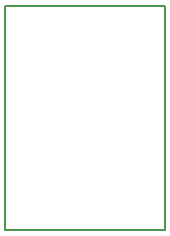
<source format=gm1>
%FSTAX23Y23*%
%MOIN*%
%SFA1B1*%

%IPPOS*%
%ADD11C,0.005000*%
%LNencoderdebouncer-1*%
%LPD*%
G54D11*
X0Y-00745D02*
Y0D01*
Y-00745D02*
X00535D01*
Y0*
X0D02*
X00535D01*
M02*
</source>
